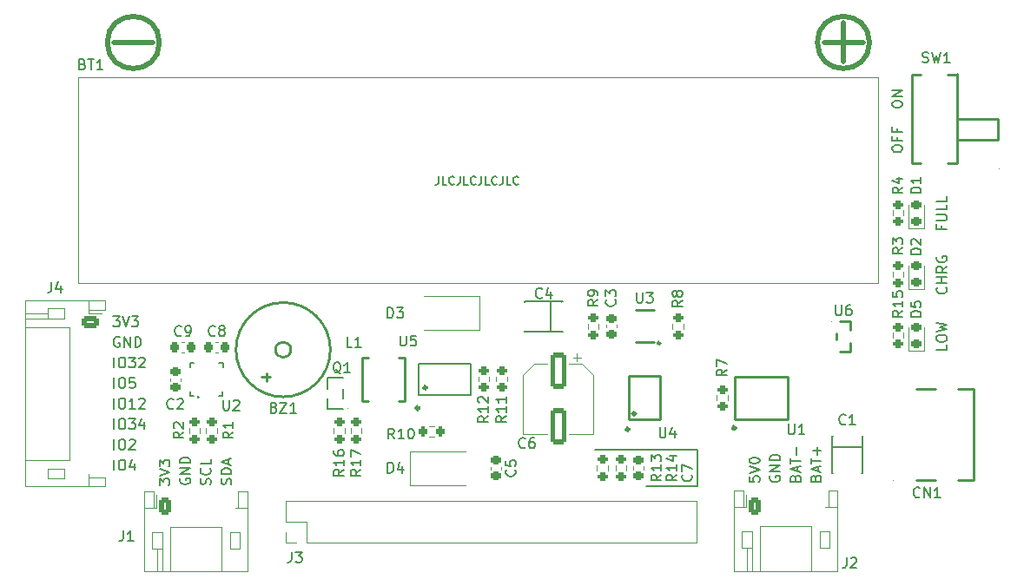
<source format=gbr>
%TF.GenerationSoftware,KiCad,Pcbnew,(6.0.10)*%
%TF.CreationDate,2023-03-03T00:05:23+07:00*%
%TF.ProjectId,wt32_sc01_ext,77743332-5f73-4633-9031-5f6578742e6b,rev?*%
%TF.SameCoordinates,Original*%
%TF.FileFunction,Legend,Top*%
%TF.FilePolarity,Positive*%
%FSLAX46Y46*%
G04 Gerber Fmt 4.6, Leading zero omitted, Abs format (unit mm)*
G04 Created by KiCad (PCBNEW (6.0.10)) date 2023-03-03 00:05:23*
%MOMM*%
%LPD*%
G01*
G04 APERTURE LIST*
G04 Aperture macros list*
%AMRoundRect*
0 Rectangle with rounded corners*
0 $1 Rounding radius*
0 $2 $3 $4 $5 $6 $7 $8 $9 X,Y pos of 4 corners*
0 Add a 4 corners polygon primitive as box body*
4,1,4,$2,$3,$4,$5,$6,$7,$8,$9,$2,$3,0*
0 Add four circle primitives for the rounded corners*
1,1,$1+$1,$2,$3*
1,1,$1+$1,$4,$5*
1,1,$1+$1,$6,$7*
1,1,$1+$1,$8,$9*
0 Add four rect primitives between the rounded corners*
20,1,$1+$1,$2,$3,$4,$5,0*
20,1,$1+$1,$4,$5,$6,$7,0*
20,1,$1+$1,$6,$7,$8,$9,0*
20,1,$1+$1,$8,$9,$2,$3,0*%
G04 Aperture macros list end*
%ADD10C,0.152400*%
%ADD11C,0.500000*%
%ADD12C,0.200000*%
%ADD13C,0.120000*%
%ADD14C,0.059995*%
%ADD15C,0.254001*%
%ADD16C,0.300000*%
%ADD17C,0.151994*%
%ADD18C,0.250000*%
%ADD19RoundRect,0.200000X-0.275000X0.200000X-0.275000X-0.200000X0.275000X-0.200000X0.275000X0.200000X0*%
%ADD20RoundRect,0.225000X0.250000X-0.225000X0.250000X0.225000X-0.250000X0.225000X-0.250000X-0.225000X0*%
%ADD21R,1.250013X0.700000*%
%ADD22C,1.800000*%
%ADD23RoundRect,0.218750X0.256250X-0.218750X0.256250X0.218750X-0.256250X0.218750X-0.256250X-0.218750X0*%
%ADD24RoundRect,0.200000X0.275000X-0.200000X0.275000X0.200000X-0.275000X0.200000X-0.275000X-0.200000X0*%
%ADD25R,0.600000X1.200000*%
%ADD26R,3.300000X2.400000*%
%ADD27RoundRect,0.200000X0.200000X0.275000X-0.200000X0.275000X-0.200000X-0.275000X0.200000X-0.275000X0*%
%ADD28RoundRect,0.250000X-0.625000X0.350000X-0.625000X-0.350000X0.625000X-0.350000X0.625000X0.350000X0*%
%ADD29O,1.750000X1.200000*%
%ADD30O,0.600000X1.800000*%
%ADD31R,2.289992X2.289992*%
%ADD32C,0.750013*%
%ADD33O,2.000000X1.200000*%
%ADD34O,1.800000X1.200000*%
%ADD35R,1.300000X0.300000*%
%ADD36RoundRect,0.225000X-0.250000X0.225000X-0.250000X-0.225000X0.250000X-0.225000X0.250000X0.225000X0*%
%ADD37C,3.200000*%
%ADD38C,1.152000*%
%ADD39R,2.500000X2.000000*%
%ADD40C,1.524003*%
%ADD41O,2.200000X1.400000*%
%ADD42R,2.500000X1.800000*%
%ADD43RoundRect,0.250000X-0.350000X-0.625000X0.350000X-0.625000X0.350000X0.625000X-0.350000X0.625000X0*%
%ADD44O,1.200000X1.750000*%
%ADD45R,1.350000X1.350000*%
%ADD46O,1.350000X1.350000*%
%ADD47R,3.500000X3.500000*%
%ADD48C,3.500000*%
%ADD49R,1.607493X2.375997*%
%ADD50R,1.000000X0.800000*%
%ADD51R,1.000000X0.550013*%
%ADD52R,2.375997X1.607493*%
%ADD53R,0.250013X0.450013*%
%ADD54R,0.450013X0.250013*%
%ADD55O,0.400000X1.500000*%
%ADD56RoundRect,0.250000X-0.550000X1.500000X-0.550000X-1.500000X0.550000X-1.500000X0.550000X1.500000X0*%
%ADD57RoundRect,0.225000X-0.225000X-0.250000X0.225000X-0.250000X0.225000X0.250000X-0.225000X0.250000X0*%
%ADD58RoundRect,0.225000X0.225000X0.250000X-0.225000X0.250000X-0.225000X-0.250000X0.225000X-0.250000X0*%
G04 APERTURE END LIST*
D10*
X60569290Y11928620D02*
X55569290Y11928620D01*
D11*
X79769290Y53583620D02*
X79769290Y49773620D01*
X82309290Y51678620D02*
G75*
G03*
X82309290Y51678620I-2540000J0D01*
G01*
D10*
X65569290Y11928620D02*
X65569290Y8428620D01*
D11*
X13094290Y51678620D02*
G75*
G03*
X13094290Y51678620I-2540000J0D01*
G01*
X77864290Y51678620D02*
X81674290Y51678620D01*
X8649290Y51678620D02*
X12459290Y51678620D01*
D10*
X65569290Y8428620D02*
X60569290Y8428620D01*
X60569290Y11928620D02*
X65569290Y11928620D01*
D12*
X8687385Y19976240D02*
X8687385Y20976240D01*
X9354051Y20976240D02*
X9544528Y20976240D01*
X9639766Y20928620D01*
X9735004Y20833382D01*
X9782623Y20642906D01*
X9782623Y20309573D01*
X9735004Y20119097D01*
X9639766Y20023859D01*
X9544528Y19976240D01*
X9354051Y19976240D01*
X9258813Y20023859D01*
X9163575Y20119097D01*
X9115956Y20309573D01*
X9115956Y20642906D01*
X9163575Y20833382D01*
X9258813Y20928620D01*
X9354051Y20976240D01*
X10115956Y20976240D02*
X10735004Y20976240D01*
X10401670Y20595287D01*
X10544528Y20595287D01*
X10639766Y20547668D01*
X10687385Y20500049D01*
X10735004Y20404811D01*
X10735004Y20166716D01*
X10687385Y20071478D01*
X10639766Y20023859D01*
X10544528Y19976240D01*
X10258813Y19976240D01*
X10163575Y20023859D01*
X10115956Y20071478D01*
X11115956Y20881001D02*
X11163575Y20928620D01*
X11258813Y20976240D01*
X11496909Y20976240D01*
X11592147Y20928620D01*
X11639766Y20881001D01*
X11687385Y20785763D01*
X11687385Y20690525D01*
X11639766Y20547668D01*
X11068337Y19976240D01*
X11687385Y19976240D01*
X8687385Y17976240D02*
X8687385Y18976240D01*
X9354051Y18976240D02*
X9544528Y18976240D01*
X9639766Y18928620D01*
X9735004Y18833382D01*
X9782623Y18642906D01*
X9782623Y18309573D01*
X9735004Y18119097D01*
X9639766Y18023859D01*
X9544528Y17976240D01*
X9354051Y17976240D01*
X9258813Y18023859D01*
X9163575Y18119097D01*
X9115956Y18309573D01*
X9115956Y18642906D01*
X9163575Y18833382D01*
X9258813Y18928620D01*
X9354051Y18976240D01*
X10687385Y18976240D02*
X10211194Y18976240D01*
X10163575Y18500049D01*
X10211194Y18547668D01*
X10306432Y18595287D01*
X10544528Y18595287D01*
X10639766Y18547668D01*
X10687385Y18500049D01*
X10735004Y18404811D01*
X10735004Y18166716D01*
X10687385Y18071478D01*
X10639766Y18023859D01*
X10544528Y17976240D01*
X10306432Y17976240D01*
X10211194Y18023859D01*
X10163575Y18071478D01*
X18058051Y8570097D02*
X18105670Y8712954D01*
X18105670Y8951049D01*
X18058051Y9046287D01*
X18010432Y9093906D01*
X17915194Y9141525D01*
X17819956Y9141525D01*
X17724718Y9093906D01*
X17677099Y9046287D01*
X17629480Y8951049D01*
X17581861Y8760573D01*
X17534242Y8665335D01*
X17486623Y8617716D01*
X17391385Y8570097D01*
X17296147Y8570097D01*
X17200909Y8617716D01*
X17153290Y8665335D01*
X17105670Y8760573D01*
X17105670Y8998668D01*
X17153290Y9141525D01*
X18010432Y10141525D02*
X18058051Y10093906D01*
X18105670Y9951049D01*
X18105670Y9855811D01*
X18058051Y9712954D01*
X17962813Y9617716D01*
X17867575Y9570097D01*
X17677099Y9522478D01*
X17534242Y9522478D01*
X17343766Y9570097D01*
X17248528Y9617716D01*
X17153290Y9712954D01*
X17105670Y9855811D01*
X17105670Y9951049D01*
X17153290Y10093906D01*
X17200909Y10141525D01*
X18105670Y11046287D02*
X18105670Y10570097D01*
X17105670Y10570097D01*
X72653290Y9391525D02*
X72605670Y9296287D01*
X72605670Y9153430D01*
X72653290Y9010573D01*
X72748528Y8915335D01*
X72843766Y8867716D01*
X73034242Y8820097D01*
X73177099Y8820097D01*
X73367575Y8867716D01*
X73462813Y8915335D01*
X73558051Y9010573D01*
X73605670Y9153430D01*
X73605670Y9248668D01*
X73558051Y9391525D01*
X73510432Y9439144D01*
X73177099Y9439144D01*
X73177099Y9248668D01*
X73605670Y9867716D02*
X72605670Y9867716D01*
X73605670Y10439144D01*
X72605670Y10439144D01*
X73605670Y10915335D02*
X72605670Y10915335D01*
X72605670Y11153430D01*
X72653290Y11296287D01*
X72748528Y11391525D01*
X72843766Y11439144D01*
X73034242Y11486763D01*
X73177099Y11486763D01*
X73367575Y11439144D01*
X73462813Y11391525D01*
X73558051Y11296287D01*
X73605670Y11153430D01*
X73605670Y10915335D01*
X84521670Y41226240D02*
X84521670Y41416716D01*
X84569290Y41511954D01*
X84664528Y41607192D01*
X84855004Y41654811D01*
X85188337Y41654811D01*
X85378813Y41607192D01*
X85474051Y41511954D01*
X85521670Y41416716D01*
X85521670Y41226240D01*
X85474051Y41131001D01*
X85378813Y41035763D01*
X85188337Y40988144D01*
X84855004Y40988144D01*
X84664528Y41035763D01*
X84569290Y41131001D01*
X84521670Y41226240D01*
X84997861Y42416716D02*
X84997861Y42083382D01*
X85521670Y42083382D02*
X84521670Y42083382D01*
X84521670Y42559573D01*
X84997861Y43273859D02*
X84997861Y42940525D01*
X85521670Y42940525D02*
X84521670Y42940525D01*
X84521670Y43416716D01*
X13105670Y8522478D02*
X13105670Y9141525D01*
X13486623Y8808192D01*
X13486623Y8951049D01*
X13534242Y9046287D01*
X13581861Y9093906D01*
X13677099Y9141525D01*
X13915194Y9141525D01*
X14010432Y9093906D01*
X14058051Y9046287D01*
X14105670Y8951049D01*
X14105670Y8665335D01*
X14058051Y8570097D01*
X14010432Y8522478D01*
X13105670Y9427240D02*
X14105670Y9760573D01*
X13105670Y10093906D01*
X13105670Y10332001D02*
X13105670Y10951049D01*
X13486623Y10617716D01*
X13486623Y10760573D01*
X13534242Y10855811D01*
X13581861Y10903430D01*
X13677099Y10951049D01*
X13915194Y10951049D01*
X14010432Y10903430D01*
X14058051Y10855811D01*
X14105670Y10760573D01*
X14105670Y10474859D01*
X14058051Y10379620D01*
X14010432Y10332001D01*
X8687385Y13976240D02*
X8687385Y14976240D01*
X9354051Y14976240D02*
X9544528Y14976240D01*
X9639766Y14928620D01*
X9735004Y14833382D01*
X9782623Y14642906D01*
X9782623Y14309573D01*
X9735004Y14119097D01*
X9639766Y14023859D01*
X9544528Y13976240D01*
X9354051Y13976240D01*
X9258813Y14023859D01*
X9163575Y14119097D01*
X9115956Y14309573D01*
X9115956Y14642906D01*
X9163575Y14833382D01*
X9258813Y14928620D01*
X9354051Y14976240D01*
X10115956Y14976240D02*
X10735004Y14976240D01*
X10401670Y14595287D01*
X10544528Y14595287D01*
X10639766Y14547668D01*
X10687385Y14500049D01*
X10735004Y14404811D01*
X10735004Y14166716D01*
X10687385Y14071478D01*
X10639766Y14023859D01*
X10544528Y13976240D01*
X10258813Y13976240D01*
X10163575Y14023859D01*
X10115956Y14071478D01*
X11592147Y14642906D02*
X11592147Y13976240D01*
X11354051Y15023859D02*
X11115956Y14309573D01*
X11735004Y14309573D01*
X9211194Y22928620D02*
X9115956Y22976240D01*
X8973099Y22976240D01*
X8830242Y22928620D01*
X8735004Y22833382D01*
X8687385Y22738144D01*
X8639766Y22547668D01*
X8639766Y22404811D01*
X8687385Y22214335D01*
X8735004Y22119097D01*
X8830242Y22023859D01*
X8973099Y21976240D01*
X9068337Y21976240D01*
X9211194Y22023859D01*
X9258813Y22071478D01*
X9258813Y22404811D01*
X9068337Y22404811D01*
X9687385Y21976240D02*
X9687385Y22976240D01*
X10258813Y21976240D01*
X10258813Y22976240D01*
X10735004Y21976240D02*
X10735004Y22976240D01*
X10973099Y22976240D01*
X11115956Y22928620D01*
X11211194Y22833382D01*
X11258813Y22738144D01*
X11306432Y22547668D01*
X11306432Y22404811D01*
X11258813Y22214335D01*
X11211194Y22119097D01*
X11115956Y22023859D01*
X10973099Y21976240D01*
X10735004Y21976240D01*
X84521670Y45559573D02*
X84521670Y45750049D01*
X84569290Y45845287D01*
X84664528Y45940525D01*
X84855004Y45988144D01*
X85188337Y45988144D01*
X85378813Y45940525D01*
X85474051Y45845287D01*
X85521670Y45750049D01*
X85521670Y45559573D01*
X85474051Y45464335D01*
X85378813Y45369097D01*
X85188337Y45321478D01*
X84855004Y45321478D01*
X84664528Y45369097D01*
X84569290Y45464335D01*
X84521670Y45559573D01*
X85521670Y46416716D02*
X84521670Y46416716D01*
X85521670Y46988144D01*
X84521670Y46988144D01*
X89760432Y27785335D02*
X89808051Y27737716D01*
X89855670Y27594859D01*
X89855670Y27499620D01*
X89808051Y27356763D01*
X89712813Y27261525D01*
X89617575Y27213906D01*
X89427099Y27166287D01*
X89284242Y27166287D01*
X89093766Y27213906D01*
X88998528Y27261525D01*
X88903290Y27356763D01*
X88855670Y27499620D01*
X88855670Y27594859D01*
X88903290Y27737716D01*
X88950909Y27785335D01*
X89855670Y28213906D02*
X88855670Y28213906D01*
X89331861Y28213906D02*
X89331861Y28785335D01*
X89855670Y28785335D02*
X88855670Y28785335D01*
X89855670Y29832954D02*
X89379480Y29499620D01*
X89855670Y29261525D02*
X88855670Y29261525D01*
X88855670Y29642478D01*
X88903290Y29737716D01*
X88950909Y29785335D01*
X89046147Y29832954D01*
X89189004Y29832954D01*
X89284242Y29785335D01*
X89331861Y29737716D01*
X89379480Y29642478D01*
X89379480Y29261525D01*
X88903290Y30785335D02*
X88855670Y30690097D01*
X88855670Y30547240D01*
X88903290Y30404382D01*
X88998528Y30309144D01*
X89093766Y30261525D01*
X89284242Y30213906D01*
X89427099Y30213906D01*
X89617575Y30261525D01*
X89712813Y30309144D01*
X89808051Y30404382D01*
X89855670Y30547240D01*
X89855670Y30642478D01*
X89808051Y30785335D01*
X89760432Y30832954D01*
X89427099Y30832954D01*
X89427099Y30642478D01*
X8687385Y11976240D02*
X8687385Y12976240D01*
X9354051Y12976240D02*
X9544528Y12976240D01*
X9639766Y12928620D01*
X9735004Y12833382D01*
X9782623Y12642906D01*
X9782623Y12309573D01*
X9735004Y12119097D01*
X9639766Y12023859D01*
X9544528Y11976240D01*
X9354051Y11976240D01*
X9258813Y12023859D01*
X9163575Y12119097D01*
X9115956Y12309573D01*
X9115956Y12642906D01*
X9163575Y12833382D01*
X9258813Y12928620D01*
X9354051Y12976240D01*
X10163575Y12881001D02*
X10211194Y12928620D01*
X10306432Y12976240D01*
X10544528Y12976240D01*
X10639766Y12928620D01*
X10687385Y12881001D01*
X10735004Y12785763D01*
X10735004Y12690525D01*
X10687385Y12547668D01*
X10115956Y11976240D01*
X10735004Y11976240D01*
X77081861Y9201049D02*
X77129480Y9343906D01*
X77177099Y9391525D01*
X77272337Y9439144D01*
X77415194Y9439144D01*
X77510432Y9391525D01*
X77558051Y9343906D01*
X77605670Y9248668D01*
X77605670Y8867716D01*
X76605670Y8867716D01*
X76605670Y9201049D01*
X76653290Y9296287D01*
X76700909Y9343906D01*
X76796147Y9391525D01*
X76891385Y9391525D01*
X76986623Y9343906D01*
X77034242Y9296287D01*
X77081861Y9201049D01*
X77081861Y8867716D01*
X77319956Y9820097D02*
X77319956Y10296287D01*
X77605670Y9724859D02*
X76605670Y10058192D01*
X77605670Y10391525D01*
X76605670Y10582001D02*
X76605670Y11153430D01*
X77605670Y10867716D02*
X76605670Y10867716D01*
X77224718Y11486763D02*
X77224718Y12248668D01*
X77605670Y11867716D02*
X76843766Y11867716D01*
X8687385Y15976240D02*
X8687385Y16976240D01*
X9354051Y16976240D02*
X9544528Y16976240D01*
X9639766Y16928620D01*
X9735004Y16833382D01*
X9782623Y16642906D01*
X9782623Y16309573D01*
X9735004Y16119097D01*
X9639766Y16023859D01*
X9544528Y15976240D01*
X9354051Y15976240D01*
X9258813Y16023859D01*
X9163575Y16119097D01*
X9115956Y16309573D01*
X9115956Y16642906D01*
X9163575Y16833382D01*
X9258813Y16928620D01*
X9354051Y16976240D01*
X10735004Y15976240D02*
X10163575Y15976240D01*
X10449290Y15976240D02*
X10449290Y16976240D01*
X10354051Y16833382D01*
X10258813Y16738144D01*
X10163575Y16690525D01*
X11115956Y16881001D02*
X11163575Y16928620D01*
X11258813Y16976240D01*
X11496909Y16976240D01*
X11592147Y16928620D01*
X11639766Y16881001D01*
X11687385Y16785763D01*
X11687385Y16690525D01*
X11639766Y16547668D01*
X11068337Y15976240D01*
X11687385Y15976240D01*
X70605670Y9343906D02*
X70605670Y8867716D01*
X71081861Y8820097D01*
X71034242Y8867716D01*
X70986623Y8962954D01*
X70986623Y9201049D01*
X71034242Y9296287D01*
X71081861Y9343906D01*
X71177099Y9391525D01*
X71415194Y9391525D01*
X71510432Y9343906D01*
X71558051Y9296287D01*
X71605670Y9201049D01*
X71605670Y8962954D01*
X71558051Y8867716D01*
X71510432Y8820097D01*
X70605670Y9677240D02*
X71605670Y10010573D01*
X70605670Y10343906D01*
X70605670Y10867716D02*
X70605670Y10962954D01*
X70653290Y11058192D01*
X70700909Y11105811D01*
X70796147Y11153430D01*
X70986623Y11201049D01*
X71224718Y11201049D01*
X71415194Y11153430D01*
X71510432Y11105811D01*
X71558051Y11058192D01*
X71605670Y10962954D01*
X71605670Y10867716D01*
X71558051Y10772478D01*
X71510432Y10724859D01*
X71415194Y10677240D01*
X71224718Y10629620D01*
X70986623Y10629620D01*
X70796147Y10677240D01*
X70700909Y10724859D01*
X70653290Y10772478D01*
X70605670Y10867716D01*
D10*
X40314928Y38623725D02*
X40314928Y38043154D01*
X40276223Y37927040D01*
X40198813Y37849630D01*
X40082699Y37810925D01*
X40005290Y37810925D01*
X41089023Y37810925D02*
X40701975Y37810925D01*
X40701975Y38623725D01*
X41824413Y37888335D02*
X41785709Y37849630D01*
X41669594Y37810925D01*
X41592185Y37810925D01*
X41476070Y37849630D01*
X41398661Y37927040D01*
X41359956Y38004449D01*
X41321251Y38159268D01*
X41321251Y38275382D01*
X41359956Y38430201D01*
X41398661Y38507611D01*
X41476070Y38585020D01*
X41592185Y38623725D01*
X41669594Y38623725D01*
X41785709Y38585020D01*
X41824413Y38546316D01*
X42404985Y38623725D02*
X42404985Y38043154D01*
X42366280Y37927040D01*
X42288870Y37849630D01*
X42172756Y37810925D01*
X42095347Y37810925D01*
X43179080Y37810925D02*
X42792032Y37810925D01*
X42792032Y38623725D01*
X43914470Y37888335D02*
X43875766Y37849630D01*
X43759651Y37810925D01*
X43682242Y37810925D01*
X43566128Y37849630D01*
X43488718Y37927040D01*
X43450013Y38004449D01*
X43411309Y38159268D01*
X43411309Y38275382D01*
X43450013Y38430201D01*
X43488718Y38507611D01*
X43566128Y38585020D01*
X43682242Y38623725D01*
X43759651Y38623725D01*
X43875766Y38585020D01*
X43914470Y38546316D01*
X44495042Y38623725D02*
X44495042Y38043154D01*
X44456337Y37927040D01*
X44378928Y37849630D01*
X44262813Y37810925D01*
X44185404Y37810925D01*
X45269137Y37810925D02*
X44882090Y37810925D01*
X44882090Y38623725D01*
X46004528Y37888335D02*
X45965823Y37849630D01*
X45849709Y37810925D01*
X45772299Y37810925D01*
X45656185Y37849630D01*
X45578775Y37927040D01*
X45540070Y38004449D01*
X45501366Y38159268D01*
X45501366Y38275382D01*
X45540070Y38430201D01*
X45578775Y38507611D01*
X45656185Y38585020D01*
X45772299Y38623725D01*
X45849709Y38623725D01*
X45965823Y38585020D01*
X46004528Y38546316D01*
X46585099Y38623725D02*
X46585099Y38043154D01*
X46546394Y37927040D01*
X46468985Y37849630D01*
X46352870Y37810925D01*
X46275461Y37810925D01*
X47359194Y37810925D02*
X46972147Y37810925D01*
X46972147Y38623725D01*
X48094585Y37888335D02*
X48055880Y37849630D01*
X47939766Y37810925D01*
X47862356Y37810925D01*
X47746242Y37849630D01*
X47668832Y37927040D01*
X47630128Y38004449D01*
X47591423Y38159268D01*
X47591423Y38275382D01*
X47630128Y38430201D01*
X47668832Y38507611D01*
X47746242Y38585020D01*
X47862356Y38623725D01*
X47939766Y38623725D01*
X48055880Y38585020D01*
X48094585Y38546316D01*
D12*
X75081861Y9201049D02*
X75129480Y9343906D01*
X75177099Y9391525D01*
X75272337Y9439144D01*
X75415194Y9439144D01*
X75510432Y9391525D01*
X75558051Y9343906D01*
X75605670Y9248668D01*
X75605670Y8867716D01*
X74605670Y8867716D01*
X74605670Y9201049D01*
X74653290Y9296287D01*
X74700909Y9343906D01*
X74796147Y9391525D01*
X74891385Y9391525D01*
X74986623Y9343906D01*
X75034242Y9296287D01*
X75081861Y9201049D01*
X75081861Y8867716D01*
X75319956Y9820097D02*
X75319956Y10296287D01*
X75605670Y9724859D02*
X74605670Y10058192D01*
X75605670Y10391525D01*
X74605670Y10582001D02*
X74605670Y11153430D01*
X75605670Y10867716D02*
X74605670Y10867716D01*
X75224718Y11486763D02*
X75224718Y12248668D01*
X89855670Y22213906D02*
X89855670Y21737716D01*
X88855670Y21737716D01*
X88855670Y22737716D02*
X88855670Y22928192D01*
X88903290Y23023430D01*
X88998528Y23118668D01*
X89189004Y23166287D01*
X89522337Y23166287D01*
X89712813Y23118668D01*
X89808051Y23023430D01*
X89855670Y22928192D01*
X89855670Y22737716D01*
X89808051Y22642478D01*
X89712813Y22547240D01*
X89522337Y22499620D01*
X89189004Y22499620D01*
X88998528Y22547240D01*
X88903290Y22642478D01*
X88855670Y22737716D01*
X88855670Y23499620D02*
X89855670Y23737716D01*
X89141385Y23928192D01*
X89855670Y24118668D01*
X88855670Y24356763D01*
X20058051Y8570097D02*
X20105670Y8712954D01*
X20105670Y8951049D01*
X20058051Y9046287D01*
X20010432Y9093906D01*
X19915194Y9141525D01*
X19819956Y9141525D01*
X19724718Y9093906D01*
X19677099Y9046287D01*
X19629480Y8951049D01*
X19581861Y8760573D01*
X19534242Y8665335D01*
X19486623Y8617716D01*
X19391385Y8570097D01*
X19296147Y8570097D01*
X19200909Y8617716D01*
X19153290Y8665335D01*
X19105670Y8760573D01*
X19105670Y8998668D01*
X19153290Y9141525D01*
X20105670Y9570097D02*
X19105670Y9570097D01*
X19105670Y9808192D01*
X19153290Y9951049D01*
X19248528Y10046287D01*
X19343766Y10093906D01*
X19534242Y10141525D01*
X19677099Y10141525D01*
X19867575Y10093906D01*
X19962813Y10046287D01*
X20058051Y9951049D01*
X20105670Y9808192D01*
X20105670Y9570097D01*
X19819956Y10522478D02*
X19819956Y10998668D01*
X20105670Y10427240D02*
X19105670Y10760573D01*
X20105670Y11093906D01*
X15153290Y9141525D02*
X15105670Y9046287D01*
X15105670Y8903430D01*
X15153290Y8760573D01*
X15248528Y8665335D01*
X15343766Y8617716D01*
X15534242Y8570097D01*
X15677099Y8570097D01*
X15867575Y8617716D01*
X15962813Y8665335D01*
X16058051Y8760573D01*
X16105670Y8903430D01*
X16105670Y8998668D01*
X16058051Y9141525D01*
X16010432Y9189144D01*
X15677099Y9189144D01*
X15677099Y8998668D01*
X16105670Y9617716D02*
X15105670Y9617716D01*
X16105670Y10189144D01*
X15105670Y10189144D01*
X16105670Y10665335D02*
X15105670Y10665335D01*
X15105670Y10903430D01*
X15153290Y11046287D01*
X15248528Y11141525D01*
X15343766Y11189144D01*
X15534242Y11236763D01*
X15677099Y11236763D01*
X15867575Y11189144D01*
X15962813Y11141525D01*
X16058051Y11046287D01*
X16105670Y10903430D01*
X16105670Y10665335D01*
X8592147Y24976240D02*
X9211194Y24976240D01*
X8877861Y24595287D01*
X9020718Y24595287D01*
X9115956Y24547668D01*
X9163575Y24500049D01*
X9211194Y24404811D01*
X9211194Y24166716D01*
X9163575Y24071478D01*
X9115956Y24023859D01*
X9020718Y23976240D01*
X8735004Y23976240D01*
X8639766Y24023859D01*
X8592147Y24071478D01*
X9496909Y24976240D02*
X9830242Y23976240D01*
X10163575Y24976240D01*
X10401670Y24976240D02*
X11020718Y24976240D01*
X10687385Y24595287D01*
X10830242Y24595287D01*
X10925480Y24547668D01*
X10973099Y24500049D01*
X11020718Y24404811D01*
X11020718Y24166716D01*
X10973099Y24071478D01*
X10925480Y24023859D01*
X10830242Y23976240D01*
X10544528Y23976240D01*
X10449290Y24023859D01*
X10401670Y24071478D01*
X89331861Y33809144D02*
X89331861Y33475811D01*
X89855670Y33475811D02*
X88855670Y33475811D01*
X88855670Y33952001D01*
X88855670Y34332954D02*
X89665194Y34332954D01*
X89760432Y34380573D01*
X89808051Y34428192D01*
X89855670Y34523430D01*
X89855670Y34713906D01*
X89808051Y34809144D01*
X89760432Y34856763D01*
X89665194Y34904382D01*
X88855670Y34904382D01*
X89855670Y35856763D02*
X89855670Y35380573D01*
X88855670Y35380573D01*
X89855670Y36666287D02*
X89855670Y36190097D01*
X88855670Y36190097D01*
X8687385Y9976240D02*
X8687385Y10976240D01*
X9354051Y10976240D02*
X9544528Y10976240D01*
X9639766Y10928620D01*
X9735004Y10833382D01*
X9782623Y10642906D01*
X9782623Y10309573D01*
X9735004Y10119097D01*
X9639766Y10023859D01*
X9544528Y9976240D01*
X9354051Y9976240D01*
X9258813Y10023859D01*
X9163575Y10119097D01*
X9115956Y10309573D01*
X9115956Y10642906D01*
X9163575Y10833382D01*
X9258813Y10928620D01*
X9354051Y10976240D01*
X10639766Y10642906D02*
X10639766Y9976240D01*
X10401670Y11023859D02*
X10163575Y10309573D01*
X10782623Y10309573D01*
%TO.C,R17*%
X32723670Y10024763D02*
X32247480Y9691430D01*
X32723670Y9453335D02*
X31723670Y9453335D01*
X31723670Y9834287D01*
X31771290Y9929525D01*
X31818909Y9977144D01*
X31914147Y10024763D01*
X32057004Y10024763D01*
X32152242Y9977144D01*
X32199861Y9929525D01*
X32247480Y9834287D01*
X32247480Y9453335D01*
X32723670Y10977144D02*
X32723670Y10405716D01*
X32723670Y10691430D02*
X31723670Y10691430D01*
X31866528Y10596192D01*
X31961766Y10500954D01*
X32009385Y10405716D01*
X31723670Y11310478D02*
X31723670Y11977144D01*
X32723670Y11548573D01*
%TO.C,R12*%
X45155960Y15231763D02*
X44679770Y14898430D01*
X45155960Y14660335D02*
X44155960Y14660335D01*
X44155960Y15041287D01*
X44203580Y15136525D01*
X44251199Y15184144D01*
X44346437Y15231763D01*
X44489294Y15231763D01*
X44584532Y15184144D01*
X44632151Y15136525D01*
X44679770Y15041287D01*
X44679770Y14660335D01*
X45155960Y16184144D02*
X45155960Y15612716D01*
X45155960Y15898430D02*
X44155960Y15898430D01*
X44298818Y15803192D01*
X44394056Y15707954D01*
X44441675Y15612716D01*
X44251199Y16565097D02*
X44203580Y16612716D01*
X44155960Y16707954D01*
X44155960Y16946049D01*
X44203580Y17041287D01*
X44251199Y17088906D01*
X44346437Y17136525D01*
X44441675Y17136525D01*
X44584532Y17088906D01*
X45155960Y16517478D01*
X45155960Y17136525D01*
%TO.C,C7*%
X64926432Y9511954D02*
X64974051Y9464335D01*
X65021670Y9321478D01*
X65021670Y9226240D01*
X64974051Y9083382D01*
X64878813Y8988144D01*
X64783575Y8940525D01*
X64593099Y8892906D01*
X64450242Y8892906D01*
X64259766Y8940525D01*
X64164528Y8988144D01*
X64069290Y9083382D01*
X64021670Y9226240D01*
X64021670Y9321478D01*
X64069290Y9464335D01*
X64116909Y9511954D01*
X64021670Y9845287D02*
X64021670Y10511954D01*
X65021670Y10083382D01*
%TO.C,R13*%
X62021670Y9535763D02*
X61545480Y9202430D01*
X62021670Y8964335D02*
X61021670Y8964335D01*
X61021670Y9345287D01*
X61069290Y9440525D01*
X61116909Y9488144D01*
X61212147Y9535763D01*
X61355004Y9535763D01*
X61450242Y9488144D01*
X61497861Y9440525D01*
X61545480Y9345287D01*
X61545480Y8964335D01*
X62021670Y10488144D02*
X62021670Y9916716D01*
X62021670Y10202430D02*
X61021670Y10202430D01*
X61164528Y10107192D01*
X61259766Y10011954D01*
X61307385Y9916716D01*
X61021670Y10821478D02*
X61021670Y11440525D01*
X61402623Y11107192D01*
X61402623Y11250049D01*
X61450242Y11345287D01*
X61497861Y11392906D01*
X61593099Y11440525D01*
X61831194Y11440525D01*
X61926432Y11392906D01*
X61974051Y11345287D01*
X62021670Y11250049D01*
X62021670Y10964335D01*
X61974051Y10869097D01*
X61926432Y10821478D01*
%TO.C,Q1*%
X30779051Y19391001D02*
X30683813Y19438620D01*
X30588575Y19533859D01*
X30445718Y19676716D01*
X30350480Y19724335D01*
X30255242Y19724335D01*
X30302861Y19486240D02*
X30207623Y19533859D01*
X30112385Y19629097D01*
X30064766Y19819573D01*
X30064766Y20152906D01*
X30112385Y20343382D01*
X30207623Y20438620D01*
X30302861Y20486240D01*
X30493337Y20486240D01*
X30588575Y20438620D01*
X30683813Y20343382D01*
X30731432Y20152906D01*
X30731432Y19819573D01*
X30683813Y19629097D01*
X30588575Y19533859D01*
X30493337Y19486240D01*
X30302861Y19486240D01*
X31683813Y19486240D02*
X31112385Y19486240D01*
X31398099Y19486240D02*
X31398099Y20486240D01*
X31302861Y20343382D01*
X31207623Y20248144D01*
X31112385Y20200525D01*
%TO.C,R11*%
X46905960Y15231763D02*
X46429770Y14898430D01*
X46905960Y14660335D02*
X45905960Y14660335D01*
X45905960Y15041287D01*
X45953580Y15136525D01*
X46001199Y15184144D01*
X46096437Y15231763D01*
X46239294Y15231763D01*
X46334532Y15184144D01*
X46382151Y15136525D01*
X46429770Y15041287D01*
X46429770Y14660335D01*
X46905960Y16184144D02*
X46905960Y15612716D01*
X46905960Y15898430D02*
X45905960Y15898430D01*
X46048818Y15803192D01*
X46144056Y15707954D01*
X46191675Y15612716D01*
X46905960Y17136525D02*
X46905960Y16565097D01*
X46905960Y16850811D02*
X45905960Y16850811D01*
X46048818Y16755573D01*
X46144056Y16660335D01*
X46191675Y16565097D01*
%TO.C,BZ1*%
X24278337Y16073049D02*
X24421194Y16025430D01*
X24468813Y15977811D01*
X24516432Y15882573D01*
X24516432Y15739716D01*
X24468813Y15644478D01*
X24421194Y15596859D01*
X24325956Y15549240D01*
X23945004Y15549240D01*
X23945004Y16549240D01*
X24278337Y16549240D01*
X24373575Y16501620D01*
X24421194Y16454001D01*
X24468813Y16358763D01*
X24468813Y16263525D01*
X24421194Y16168287D01*
X24373575Y16120668D01*
X24278337Y16073049D01*
X23945004Y16073049D01*
X24849766Y16549240D02*
X25516432Y16549240D01*
X24849766Y15549240D01*
X25516432Y15549240D01*
X26421194Y15549240D02*
X25849766Y15549240D01*
X26135480Y15549240D02*
X26135480Y16549240D01*
X26040242Y16406382D01*
X25945004Y16311144D01*
X25849766Y16263525D01*
%TO.C,D2*%
X87333670Y31011525D02*
X86333670Y31011525D01*
X86333670Y31249620D01*
X86381290Y31392478D01*
X86476528Y31487716D01*
X86571766Y31535335D01*
X86762242Y31582954D01*
X86905099Y31582954D01*
X87095575Y31535335D01*
X87190813Y31487716D01*
X87286051Y31392478D01*
X87333670Y31249620D01*
X87333670Y31011525D01*
X86428909Y31963906D02*
X86381290Y32011525D01*
X86333670Y32106763D01*
X86333670Y32344859D01*
X86381290Y32440097D01*
X86428909Y32487716D01*
X86524147Y32535335D01*
X86619385Y32535335D01*
X86762242Y32487716D01*
X87333670Y31916287D01*
X87333670Y32535335D01*
%TO.C,R15*%
X85555670Y25518763D02*
X85079480Y25185430D01*
X85555670Y24947335D02*
X84555670Y24947335D01*
X84555670Y25328287D01*
X84603290Y25423525D01*
X84650909Y25471144D01*
X84746147Y25518763D01*
X84889004Y25518763D01*
X84984242Y25471144D01*
X85031861Y25423525D01*
X85079480Y25328287D01*
X85079480Y24947335D01*
X85555670Y26471144D02*
X85555670Y25899716D01*
X85555670Y26185430D02*
X84555670Y26185430D01*
X84698528Y26090192D01*
X84793766Y25994954D01*
X84841385Y25899716D01*
X84555670Y27375906D02*
X84555670Y26899716D01*
X85031861Y26852097D01*
X84984242Y26899716D01*
X84936623Y26994954D01*
X84936623Y27233049D01*
X84984242Y27328287D01*
X85031861Y27375906D01*
X85127099Y27423525D01*
X85365194Y27423525D01*
X85460432Y27375906D01*
X85508051Y27328287D01*
X85555670Y27233049D01*
X85555670Y26994954D01*
X85508051Y26899716D01*
X85460432Y26852097D01*
%TO.C,U1*%
X74422385Y14476240D02*
X74422385Y13666716D01*
X74470004Y13571478D01*
X74517623Y13523859D01*
X74612861Y13476240D01*
X74803337Y13476240D01*
X74898575Y13523859D01*
X74946194Y13571478D01*
X74993813Y13666716D01*
X74993813Y14476240D01*
X75993813Y13476240D02*
X75422385Y13476240D01*
X75708099Y13476240D02*
X75708099Y14476240D01*
X75612861Y14333382D01*
X75517623Y14238144D01*
X75422385Y14190525D01*
%TO.C,R10*%
X35997232Y13034640D02*
X35663899Y13510830D01*
X35425804Y13034640D02*
X35425804Y14034640D01*
X35806756Y14034640D01*
X35901994Y13987020D01*
X35949613Y13939401D01*
X35997232Y13844163D01*
X35997232Y13701306D01*
X35949613Y13606068D01*
X35901994Y13558449D01*
X35806756Y13510830D01*
X35425804Y13510830D01*
X36949613Y13034640D02*
X36378185Y13034640D01*
X36663899Y13034640D02*
X36663899Y14034640D01*
X36568661Y13891782D01*
X36473423Y13796544D01*
X36378185Y13748925D01*
X37568661Y14034640D02*
X37663899Y14034640D01*
X37759137Y13987020D01*
X37806756Y13939401D01*
X37854375Y13844163D01*
X37901994Y13653687D01*
X37901994Y13415592D01*
X37854375Y13225116D01*
X37806756Y13129878D01*
X37759137Y13082259D01*
X37663899Y13034640D01*
X37568661Y13034640D01*
X37473423Y13082259D01*
X37425804Y13129878D01*
X37378185Y13225116D01*
X37330566Y13415592D01*
X37330566Y13653687D01*
X37378185Y13844163D01*
X37425804Y13939401D01*
X37473423Y13987020D01*
X37568661Y14034640D01*
%TO.C,J4*%
X2569956Y28297240D02*
X2569956Y27582954D01*
X2522337Y27440097D01*
X2427099Y27344859D01*
X2284242Y27297240D01*
X2189004Y27297240D01*
X3474718Y27963906D02*
X3474718Y27297240D01*
X3236623Y28344859D02*
X2998528Y27630573D01*
X3617575Y27630573D01*
%TO.C,U5*%
X36568675Y23093240D02*
X36568675Y22283716D01*
X36616294Y22188478D01*
X36663913Y22140859D01*
X36759151Y22093240D01*
X36949627Y22093240D01*
X37044865Y22140859D01*
X37092484Y22188478D01*
X37140103Y22283716D01*
X37140103Y23093240D01*
X38092484Y23093240D02*
X37616294Y23093240D01*
X37568675Y22617049D01*
X37616294Y22664668D01*
X37711532Y22712287D01*
X37949627Y22712287D01*
X38044865Y22664668D01*
X38092484Y22617049D01*
X38140103Y22521811D01*
X38140103Y22283716D01*
X38092484Y22188478D01*
X38044865Y22140859D01*
X37949627Y22093240D01*
X37711532Y22093240D01*
X37616294Y22140859D01*
X37568675Y22188478D01*
%TO.C,CN1*%
X87212813Y7392478D02*
X87165194Y7344859D01*
X87022337Y7297240D01*
X86927099Y7297240D01*
X86784242Y7344859D01*
X86689004Y7440097D01*
X86641385Y7535335D01*
X86593766Y7725811D01*
X86593766Y7868668D01*
X86641385Y8059144D01*
X86689004Y8154382D01*
X86784242Y8249620D01*
X86927099Y8297240D01*
X87022337Y8297240D01*
X87165194Y8249620D01*
X87212813Y8202001D01*
X87641385Y7297240D02*
X87641385Y8297240D01*
X88212813Y7297240D01*
X88212813Y8297240D01*
X89212813Y7297240D02*
X88641385Y7297240D01*
X88927099Y7297240D02*
X88927099Y8297240D01*
X88831861Y8154382D01*
X88736623Y8059144D01*
X88641385Y8011525D01*
%TO.C,C3*%
X57497432Y26585954D02*
X57545051Y26538335D01*
X57592670Y26395478D01*
X57592670Y26300240D01*
X57545051Y26157382D01*
X57449813Y26062144D01*
X57354575Y26014525D01*
X57164099Y25966906D01*
X57021242Y25966906D01*
X56830766Y26014525D01*
X56735528Y26062144D01*
X56640290Y26157382D01*
X56592670Y26300240D01*
X56592670Y26395478D01*
X56640290Y26538335D01*
X56687909Y26585954D01*
X56592670Y26919287D02*
X56592670Y27538335D01*
X56973623Y27205001D01*
X56973623Y27347859D01*
X57021242Y27443097D01*
X57068861Y27490716D01*
X57164099Y27538335D01*
X57402194Y27538335D01*
X57497432Y27490716D01*
X57545051Y27443097D01*
X57592670Y27347859D01*
X57592670Y27062144D01*
X57545051Y26966906D01*
X57497432Y26919287D01*
%TO.C,R1*%
X20277670Y13675954D02*
X19801480Y13342620D01*
X20277670Y13104525D02*
X19277670Y13104525D01*
X19277670Y13485478D01*
X19325290Y13580716D01*
X19372909Y13628335D01*
X19468147Y13675954D01*
X19611004Y13675954D01*
X19706242Y13628335D01*
X19753861Y13580716D01*
X19801480Y13485478D01*
X19801480Y13104525D01*
X20277670Y14628335D02*
X20277670Y14056906D01*
X20277670Y14342620D02*
X19277670Y14342620D01*
X19420528Y14247382D01*
X19515766Y14152144D01*
X19563385Y14056906D01*
%TO.C,L1*%
X31884913Y21976240D02*
X31408722Y21976240D01*
X31408722Y22976240D01*
X32742056Y21976240D02*
X32170627Y21976240D01*
X32456341Y21976240D02*
X32456341Y22976240D01*
X32361103Y22833382D01*
X32265865Y22738144D01*
X32170627Y22690525D01*
%TO.C,R3*%
X85555670Y31665954D02*
X85079480Y31332620D01*
X85555670Y31094525D02*
X84555670Y31094525D01*
X84555670Y31475478D01*
X84603290Y31570716D01*
X84650909Y31618335D01*
X84746147Y31665954D01*
X84889004Y31665954D01*
X84984242Y31618335D01*
X85031861Y31570716D01*
X85079480Y31475478D01*
X85079480Y31094525D01*
X84555670Y31999287D02*
X84555670Y32618335D01*
X84936623Y32285001D01*
X84936623Y32427859D01*
X84984242Y32523097D01*
X85031861Y32570716D01*
X85127099Y32618335D01*
X85365194Y32618335D01*
X85460432Y32570716D01*
X85508051Y32523097D01*
X85555670Y32427859D01*
X85555670Y32142144D01*
X85508051Y32046906D01*
X85460432Y31999287D01*
%TO.C,D1*%
X87333670Y36980525D02*
X86333670Y36980525D01*
X86333670Y37218620D01*
X86381290Y37361478D01*
X86476528Y37456716D01*
X86571766Y37504335D01*
X86762242Y37551954D01*
X86905099Y37551954D01*
X87095575Y37504335D01*
X87190813Y37456716D01*
X87286051Y37361478D01*
X87333670Y37218620D01*
X87333670Y36980525D01*
X87333670Y38504335D02*
X87333670Y37932906D01*
X87333670Y38218620D02*
X86333670Y38218620D01*
X86476528Y38123382D01*
X86571766Y38028144D01*
X86619385Y37932906D01*
%TO.C,SW1*%
X87485956Y49773859D02*
X87628813Y49726240D01*
X87866909Y49726240D01*
X87962147Y49773859D01*
X88009766Y49821478D01*
X88057385Y49916716D01*
X88057385Y50011954D01*
X88009766Y50107192D01*
X87962147Y50154811D01*
X87866909Y50202430D01*
X87676432Y50250049D01*
X87581194Y50297668D01*
X87533575Y50345287D01*
X87485956Y50440525D01*
X87485956Y50535763D01*
X87533575Y50631001D01*
X87581194Y50678620D01*
X87676432Y50726240D01*
X87914528Y50726240D01*
X88057385Y50678620D01*
X88390718Y50726240D02*
X88628813Y49726240D01*
X88819290Y50440525D01*
X89009766Y49726240D01*
X89247861Y50726240D01*
X90152623Y49726240D02*
X89581194Y49726240D01*
X89866909Y49726240D02*
X89866909Y50726240D01*
X89771670Y50583382D01*
X89676432Y50488144D01*
X89581194Y50440525D01*
%TO.C,R7*%
X68410670Y19771954D02*
X67934480Y19438620D01*
X68410670Y19200525D02*
X67410670Y19200525D01*
X67410670Y19581478D01*
X67458290Y19676716D01*
X67505909Y19724335D01*
X67601147Y19771954D01*
X67744004Y19771954D01*
X67839242Y19724335D01*
X67886861Y19676716D01*
X67934480Y19581478D01*
X67934480Y19200525D01*
X67410670Y20105287D02*
X67410670Y20771954D01*
X68410670Y20343382D01*
%TO.C,R8*%
X64092670Y26514954D02*
X63616480Y26181620D01*
X64092670Y25943525D02*
X63092670Y25943525D01*
X63092670Y26324478D01*
X63140290Y26419716D01*
X63187909Y26467335D01*
X63283147Y26514954D01*
X63426004Y26514954D01*
X63521242Y26467335D01*
X63568861Y26419716D01*
X63616480Y26324478D01*
X63616480Y25943525D01*
X63521242Y27086382D02*
X63473623Y26991144D01*
X63426004Y26943525D01*
X63330766Y26895906D01*
X63283147Y26895906D01*
X63187909Y26943525D01*
X63140290Y26991144D01*
X63092670Y27086382D01*
X63092670Y27276859D01*
X63140290Y27372097D01*
X63187909Y27419716D01*
X63283147Y27467335D01*
X63330766Y27467335D01*
X63426004Y27419716D01*
X63473623Y27372097D01*
X63521242Y27276859D01*
X63521242Y27086382D01*
X63568861Y26991144D01*
X63616480Y26943525D01*
X63711718Y26895906D01*
X63902194Y26895906D01*
X63997432Y26943525D01*
X64045051Y26991144D01*
X64092670Y27086382D01*
X64092670Y27276859D01*
X64045051Y27372097D01*
X63997432Y27419716D01*
X63902194Y27467335D01*
X63711718Y27467335D01*
X63616480Y27419716D01*
X63568861Y27372097D01*
X63521242Y27276859D01*
%TO.C,C5*%
X47741432Y9992954D02*
X47789051Y9945335D01*
X47836670Y9802478D01*
X47836670Y9707240D01*
X47789051Y9564382D01*
X47693813Y9469144D01*
X47598575Y9421525D01*
X47408099Y9373906D01*
X47265242Y9373906D01*
X47074766Y9421525D01*
X46979528Y9469144D01*
X46884290Y9564382D01*
X46836670Y9707240D01*
X46836670Y9802478D01*
X46884290Y9945335D01*
X46931909Y9992954D01*
X46836670Y10897716D02*
X46836670Y10421525D01*
X47312861Y10373906D01*
X47265242Y10421525D01*
X47217623Y10516763D01*
X47217623Y10754859D01*
X47265242Y10850097D01*
X47312861Y10897716D01*
X47408099Y10945335D01*
X47646194Y10945335D01*
X47741432Y10897716D01*
X47789051Y10850097D01*
X47836670Y10754859D01*
X47836670Y10516763D01*
X47789051Y10421525D01*
X47741432Y10373906D01*
%TO.C,D4*%
X35347194Y9707240D02*
X35347194Y10707240D01*
X35585290Y10707240D01*
X35728147Y10659620D01*
X35823385Y10564382D01*
X35871004Y10469144D01*
X35918623Y10278668D01*
X35918623Y10135811D01*
X35871004Y9945335D01*
X35823385Y9850097D01*
X35728147Y9754859D01*
X35585290Y9707240D01*
X35347194Y9707240D01*
X36775766Y10373906D02*
X36775766Y9707240D01*
X36537670Y10754859D02*
X36299575Y10040573D01*
X36918623Y10040573D01*
%TO.C,J1*%
X9569956Y4047240D02*
X9569956Y3332954D01*
X9522337Y3190097D01*
X9427099Y3094859D01*
X9284242Y3047240D01*
X9189004Y3047240D01*
X10569956Y3047240D02*
X9998528Y3047240D01*
X10284242Y3047240D02*
X10284242Y4047240D01*
X10189004Y3904382D01*
X10093766Y3809144D01*
X9998528Y3761525D01*
%TO.C,J3*%
X25985956Y1976240D02*
X25985956Y1261954D01*
X25938337Y1119097D01*
X25843099Y1023859D01*
X25700242Y976240D01*
X25605004Y976240D01*
X26366909Y1976240D02*
X26985956Y1976240D01*
X26652623Y1595287D01*
X26795480Y1595287D01*
X26890718Y1547668D01*
X26938337Y1500049D01*
X26985956Y1404811D01*
X26985956Y1166716D01*
X26938337Y1071478D01*
X26890718Y1023859D01*
X26795480Y976240D01*
X26509766Y976240D01*
X26414528Y1023859D01*
X26366909Y1071478D01*
%TO.C,BT1*%
X5617575Y49571049D02*
X5760432Y49523430D01*
X5808051Y49475811D01*
X5855670Y49380573D01*
X5855670Y49237716D01*
X5808051Y49142478D01*
X5760432Y49094859D01*
X5665194Y49047240D01*
X5284242Y49047240D01*
X5284242Y50047240D01*
X5617575Y50047240D01*
X5712813Y49999620D01*
X5760432Y49952001D01*
X5808051Y49856763D01*
X5808051Y49761525D01*
X5760432Y49666287D01*
X5712813Y49618668D01*
X5617575Y49571049D01*
X5284242Y49571049D01*
X6141385Y50047240D02*
X6712813Y50047240D01*
X6427099Y49047240D02*
X6427099Y50047240D01*
X7569956Y49047240D02*
X6998528Y49047240D01*
X7284242Y49047240D02*
X7284242Y50047240D01*
X7189004Y49904382D01*
X7093766Y49809144D01*
X6998528Y49761525D01*
%TO.C,R4*%
X85555670Y37551954D02*
X85079480Y37218620D01*
X85555670Y36980525D02*
X84555670Y36980525D01*
X84555670Y37361478D01*
X84603290Y37456716D01*
X84650909Y37504335D01*
X84746147Y37551954D01*
X84889004Y37551954D01*
X84984242Y37504335D01*
X85031861Y37456716D01*
X85079480Y37361478D01*
X85079480Y36980525D01*
X84889004Y38409097D02*
X85555670Y38409097D01*
X84508051Y38171001D02*
X85222337Y37932906D01*
X85222337Y38551954D01*
%TO.C,J2*%
X80070956Y1436240D02*
X80070956Y721954D01*
X80023337Y579097D01*
X79928099Y483859D01*
X79785242Y436240D01*
X79690004Y436240D01*
X80499528Y1341001D02*
X80547147Y1388620D01*
X80642385Y1436240D01*
X80880480Y1436240D01*
X80975718Y1388620D01*
X81023337Y1341001D01*
X81070956Y1245763D01*
X81070956Y1150525D01*
X81023337Y1007668D01*
X80451909Y436240D01*
X81070956Y436240D01*
%TO.C,C4*%
X50392623Y26820478D02*
X50345004Y26772859D01*
X50202147Y26725240D01*
X50106909Y26725240D01*
X49964051Y26772859D01*
X49868813Y26868097D01*
X49821194Y26963335D01*
X49773575Y27153811D01*
X49773575Y27296668D01*
X49821194Y27487144D01*
X49868813Y27582382D01*
X49964051Y27677620D01*
X50106909Y27725240D01*
X50202147Y27725240D01*
X50345004Y27677620D01*
X50392623Y27630001D01*
X51249766Y27391906D02*
X51249766Y26725240D01*
X51011670Y27772859D02*
X50773575Y27058573D01*
X51392623Y27058573D01*
%TO.C,U6*%
X79007385Y26074240D02*
X79007385Y25264716D01*
X79055004Y25169478D01*
X79102623Y25121859D01*
X79197861Y25074240D01*
X79388337Y25074240D01*
X79483575Y25121859D01*
X79531194Y25169478D01*
X79578813Y25264716D01*
X79578813Y26074240D01*
X80483575Y26074240D02*
X80293099Y26074240D01*
X80197861Y26026620D01*
X80150242Y25979001D01*
X80055004Y25836144D01*
X80007385Y25645668D01*
X80007385Y25264716D01*
X80055004Y25169478D01*
X80102623Y25121859D01*
X80197861Y25074240D01*
X80388337Y25074240D01*
X80483575Y25121859D01*
X80531194Y25169478D01*
X80578813Y25264716D01*
X80578813Y25502811D01*
X80531194Y25598049D01*
X80483575Y25645668D01*
X80388337Y25693287D01*
X80197861Y25693287D01*
X80102623Y25645668D01*
X80055004Y25598049D01*
X80007385Y25502811D01*
%TO.C,D3*%
X35342484Y24820240D02*
X35342484Y25820240D01*
X35580580Y25820240D01*
X35723437Y25772620D01*
X35818675Y25677382D01*
X35866294Y25582144D01*
X35913913Y25391668D01*
X35913913Y25248811D01*
X35866294Y25058335D01*
X35818675Y24963097D01*
X35723437Y24867859D01*
X35580580Y24820240D01*
X35342484Y24820240D01*
X36247246Y25820240D02*
X36866294Y25820240D01*
X36532960Y25439287D01*
X36675818Y25439287D01*
X36771056Y25391668D01*
X36818675Y25344049D01*
X36866294Y25248811D01*
X36866294Y25010716D01*
X36818675Y24915478D01*
X36771056Y24867859D01*
X36675818Y24820240D01*
X36390103Y24820240D01*
X36294865Y24867859D01*
X36247246Y24915478D01*
%TO.C,C2*%
X14451623Y16025478D02*
X14404004Y15977859D01*
X14261147Y15930240D01*
X14165909Y15930240D01*
X14023051Y15977859D01*
X13927813Y16073097D01*
X13880194Y16168335D01*
X13832575Y16358811D01*
X13832575Y16501668D01*
X13880194Y16692144D01*
X13927813Y16787382D01*
X14023051Y16882620D01*
X14165909Y16930240D01*
X14261147Y16930240D01*
X14404004Y16882620D01*
X14451623Y16835001D01*
X14832575Y16835001D02*
X14880194Y16882620D01*
X14975432Y16930240D01*
X15213528Y16930240D01*
X15308766Y16882620D01*
X15356385Y16835001D01*
X15404004Y16739763D01*
X15404004Y16644525D01*
X15356385Y16501668D01*
X14784956Y15930240D01*
X15404004Y15930240D01*
%TO.C,R9*%
X55842670Y26585954D02*
X55366480Y26252620D01*
X55842670Y26014525D02*
X54842670Y26014525D01*
X54842670Y26395478D01*
X54890290Y26490716D01*
X54937909Y26538335D01*
X55033147Y26585954D01*
X55176004Y26585954D01*
X55271242Y26538335D01*
X55318861Y26490716D01*
X55366480Y26395478D01*
X55366480Y26014525D01*
X55842670Y27062144D02*
X55842670Y27252620D01*
X55795051Y27347859D01*
X55747432Y27395478D01*
X55604575Y27490716D01*
X55414099Y27538335D01*
X55033147Y27538335D01*
X54937909Y27490716D01*
X54890290Y27443097D01*
X54842670Y27347859D01*
X54842670Y27157382D01*
X54890290Y27062144D01*
X54937909Y27014525D01*
X55033147Y26966906D01*
X55271242Y26966906D01*
X55366480Y27014525D01*
X55414099Y27062144D01*
X55461718Y27157382D01*
X55461718Y27347859D01*
X55414099Y27443097D01*
X55366480Y27490716D01*
X55271242Y27538335D01*
%TO.C,R2*%
X15451670Y13675954D02*
X14975480Y13342620D01*
X15451670Y13104525D02*
X14451670Y13104525D01*
X14451670Y13485478D01*
X14499290Y13580716D01*
X14546909Y13628335D01*
X14642147Y13675954D01*
X14785004Y13675954D01*
X14880242Y13628335D01*
X14927861Y13580716D01*
X14975480Y13485478D01*
X14975480Y13104525D01*
X14546909Y14056906D02*
X14499290Y14104525D01*
X14451670Y14199763D01*
X14451670Y14437859D01*
X14499290Y14533097D01*
X14546909Y14580716D01*
X14642147Y14628335D01*
X14737385Y14628335D01*
X14880242Y14580716D01*
X15451670Y14009287D01*
X15451670Y14628335D01*
%TO.C,U3*%
X59628397Y27300240D02*
X59628397Y26490716D01*
X59676016Y26395478D01*
X59723635Y26347859D01*
X59818873Y26300240D01*
X60009349Y26300240D01*
X60104587Y26347859D01*
X60152206Y26395478D01*
X60199825Y26490716D01*
X60199825Y27300240D01*
X60580778Y27300240D02*
X61199825Y27300240D01*
X60866492Y26919287D01*
X61009349Y26919287D01*
X61104587Y26871668D01*
X61152206Y26824049D01*
X61199825Y26728811D01*
X61199825Y26490716D01*
X61152206Y26395478D01*
X61104587Y26347859D01*
X61009349Y26300240D01*
X60723635Y26300240D01*
X60628397Y26347859D01*
X60580778Y26395478D01*
%TO.C,R16*%
X31072670Y10024763D02*
X30596480Y9691430D01*
X31072670Y9453335D02*
X30072670Y9453335D01*
X30072670Y9834287D01*
X30120290Y9929525D01*
X30167909Y9977144D01*
X30263147Y10024763D01*
X30406004Y10024763D01*
X30501242Y9977144D01*
X30548861Y9929525D01*
X30596480Y9834287D01*
X30596480Y9453335D01*
X31072670Y10977144D02*
X31072670Y10405716D01*
X31072670Y10691430D02*
X30072670Y10691430D01*
X30215528Y10596192D01*
X30310766Y10500954D01*
X30358385Y10405716D01*
X30072670Y11834287D02*
X30072670Y11643811D01*
X30120290Y11548573D01*
X30167909Y11500954D01*
X30310766Y11405716D01*
X30501242Y11358097D01*
X30882194Y11358097D01*
X30977432Y11405716D01*
X31025051Y11453335D01*
X31072670Y11548573D01*
X31072670Y11739049D01*
X31025051Y11834287D01*
X30977432Y11881906D01*
X30882194Y11929525D01*
X30644099Y11929525D01*
X30548861Y11881906D01*
X30501242Y11834287D01*
X30453623Y11739049D01*
X30453623Y11548573D01*
X30501242Y11453335D01*
X30548861Y11405716D01*
X30644099Y11358097D01*
%TO.C,C1*%
X79983623Y14501478D02*
X79936004Y14453859D01*
X79793147Y14406240D01*
X79697909Y14406240D01*
X79555051Y14453859D01*
X79459813Y14549097D01*
X79412194Y14644335D01*
X79364575Y14834811D01*
X79364575Y14977668D01*
X79412194Y15168144D01*
X79459813Y15263382D01*
X79555051Y15358620D01*
X79697909Y15406240D01*
X79793147Y15406240D01*
X79936004Y15358620D01*
X79983623Y15311001D01*
X80936004Y14406240D02*
X80364575Y14406240D01*
X80650290Y14406240D02*
X80650290Y15406240D01*
X80555051Y15263382D01*
X80459813Y15168144D01*
X80364575Y15120525D01*
%TO.C,U2*%
X19317385Y16803240D02*
X19317385Y15993716D01*
X19365004Y15898478D01*
X19412623Y15850859D01*
X19507861Y15803240D01*
X19698337Y15803240D01*
X19793575Y15850859D01*
X19841194Y15898478D01*
X19888813Y15993716D01*
X19888813Y16803240D01*
X20317385Y16708001D02*
X20365004Y16755620D01*
X20460242Y16803240D01*
X20698337Y16803240D01*
X20793575Y16755620D01*
X20841194Y16708001D01*
X20888813Y16612763D01*
X20888813Y16517525D01*
X20841194Y16374668D01*
X20269766Y15803240D01*
X20888813Y15803240D01*
%TO.C,R14*%
X63521670Y9535763D02*
X63045480Y9202430D01*
X63521670Y8964335D02*
X62521670Y8964335D01*
X62521670Y9345287D01*
X62569290Y9440525D01*
X62616909Y9488144D01*
X62712147Y9535763D01*
X62855004Y9535763D01*
X62950242Y9488144D01*
X62997861Y9440525D01*
X63045480Y9345287D01*
X63045480Y8964335D01*
X63521670Y10488144D02*
X63521670Y9916716D01*
X63521670Y10202430D02*
X62521670Y10202430D01*
X62664528Y10107192D01*
X62759766Y10011954D01*
X62807385Y9916716D01*
X62855004Y11345287D02*
X63521670Y11345287D01*
X62474051Y11107192D02*
X63188337Y10869097D01*
X63188337Y11488144D01*
%TO.C,U4*%
X61862385Y14136240D02*
X61862385Y13326716D01*
X61910004Y13231478D01*
X61957623Y13183859D01*
X62052861Y13136240D01*
X62243337Y13136240D01*
X62338575Y13183859D01*
X62386194Y13231478D01*
X62433813Y13326716D01*
X62433813Y14136240D01*
X63338575Y13802906D02*
X63338575Y13136240D01*
X63100480Y14183859D02*
X62862385Y13469573D01*
X63481432Y13469573D01*
%TO.C,C6*%
X48741623Y12215478D02*
X48694004Y12167859D01*
X48551147Y12120240D01*
X48455909Y12120240D01*
X48313051Y12167859D01*
X48217813Y12263097D01*
X48170194Y12358335D01*
X48122575Y12548811D01*
X48122575Y12691668D01*
X48170194Y12882144D01*
X48217813Y12977382D01*
X48313051Y13072620D01*
X48455909Y13120240D01*
X48551147Y13120240D01*
X48694004Y13072620D01*
X48741623Y13025001D01*
X49598766Y13120240D02*
X49408290Y13120240D01*
X49313051Y13072620D01*
X49265432Y13025001D01*
X49170194Y12882144D01*
X49122575Y12691668D01*
X49122575Y12310716D01*
X49170194Y12215478D01*
X49217813Y12167859D01*
X49313051Y12120240D01*
X49503528Y12120240D01*
X49598766Y12167859D01*
X49646385Y12215478D01*
X49694004Y12310716D01*
X49694004Y12548811D01*
X49646385Y12644049D01*
X49598766Y12691668D01*
X49503528Y12739287D01*
X49313051Y12739287D01*
X49217813Y12691668D01*
X49170194Y12644049D01*
X49122575Y12548811D01*
%TO.C,C9*%
X15213623Y23137478D02*
X15166004Y23089859D01*
X15023147Y23042240D01*
X14927909Y23042240D01*
X14785051Y23089859D01*
X14689813Y23185097D01*
X14642194Y23280335D01*
X14594575Y23470811D01*
X14594575Y23613668D01*
X14642194Y23804144D01*
X14689813Y23899382D01*
X14785051Y23994620D01*
X14927909Y24042240D01*
X15023147Y24042240D01*
X15166004Y23994620D01*
X15213623Y23947001D01*
X15689813Y23042240D02*
X15880290Y23042240D01*
X15975528Y23089859D01*
X16023147Y23137478D01*
X16118385Y23280335D01*
X16166004Y23470811D01*
X16166004Y23851763D01*
X16118385Y23947001D01*
X16070766Y23994620D01*
X15975528Y24042240D01*
X15785051Y24042240D01*
X15689813Y23994620D01*
X15642194Y23947001D01*
X15594575Y23851763D01*
X15594575Y23613668D01*
X15642194Y23518430D01*
X15689813Y23470811D01*
X15785051Y23423192D01*
X15975528Y23423192D01*
X16070766Y23470811D01*
X16118385Y23518430D01*
X16166004Y23613668D01*
%TO.C,C8*%
X18515623Y23137478D02*
X18468004Y23089859D01*
X18325147Y23042240D01*
X18229909Y23042240D01*
X18087051Y23089859D01*
X17991813Y23185097D01*
X17944194Y23280335D01*
X17896575Y23470811D01*
X17896575Y23613668D01*
X17944194Y23804144D01*
X17991813Y23899382D01*
X18087051Y23994620D01*
X18229909Y24042240D01*
X18325147Y24042240D01*
X18468004Y23994620D01*
X18515623Y23947001D01*
X19087051Y23613668D02*
X18991813Y23661287D01*
X18944194Y23708906D01*
X18896575Y23804144D01*
X18896575Y23851763D01*
X18944194Y23947001D01*
X18991813Y23994620D01*
X19087051Y24042240D01*
X19277528Y24042240D01*
X19372766Y23994620D01*
X19420385Y23947001D01*
X19468004Y23851763D01*
X19468004Y23804144D01*
X19420385Y23708906D01*
X19372766Y23661287D01*
X19277528Y23613668D01*
X19087051Y23613668D01*
X18991813Y23566049D01*
X18944194Y23518430D01*
X18896575Y23423192D01*
X18896575Y23232716D01*
X18944194Y23137478D01*
X18991813Y23089859D01*
X19087051Y23042240D01*
X19277528Y23042240D01*
X19372766Y23089859D01*
X19420385Y23137478D01*
X19468004Y23232716D01*
X19468004Y23423192D01*
X19420385Y23518430D01*
X19372766Y23566049D01*
X19277528Y23613668D01*
%TO.C,D5*%
X87333670Y24915525D02*
X86333670Y24915525D01*
X86333670Y25153620D01*
X86381290Y25296478D01*
X86476528Y25391716D01*
X86571766Y25439335D01*
X86762242Y25486954D01*
X86905099Y25486954D01*
X87095575Y25439335D01*
X87190813Y25391716D01*
X87286051Y25296478D01*
X87333670Y25153620D01*
X87333670Y24915525D01*
X86333670Y26391716D02*
X86333670Y25915525D01*
X86809861Y25867906D01*
X86762242Y25915525D01*
X86714623Y26010763D01*
X86714623Y26248859D01*
X86762242Y26344097D01*
X86809861Y26391716D01*
X86905099Y26439335D01*
X87143194Y26439335D01*
X87238432Y26391716D01*
X87286051Y26344097D01*
X87333670Y26248859D01*
X87333670Y26010763D01*
X87286051Y25915525D01*
X87238432Y25867906D01*
D13*
%TO.C,R17*%
X32793790Y14079878D02*
X32793790Y13605362D01*
X31748790Y14079878D02*
X31748790Y13605362D01*
%TO.C,R12*%
X45226080Y19092498D02*
X45226080Y18617982D01*
X44181080Y19092498D02*
X44181080Y18617982D01*
%TO.C,C7*%
X59309290Y10038040D02*
X59309290Y10319200D01*
X60329290Y10038040D02*
X60329290Y10319200D01*
%TO.C,R13*%
X56796790Y10415878D02*
X56796790Y9941362D01*
X55751790Y10415878D02*
X55751790Y9941362D01*
D10*
%TO.C,Q1*%
X30965503Y15902407D02*
X29513077Y15902407D01*
X30965503Y17884018D02*
X30965503Y16973222D01*
X29513077Y15902407D02*
X29513077Y16934030D01*
X30965503Y18954833D02*
X29513077Y18954833D01*
X29513077Y18954833D02*
X29513077Y17923210D01*
D14*
X31469287Y15978607D02*
G75*
G03*
X31469287Y15978607I-29997J0D01*
G01*
D13*
%TO.C,R11*%
X46976080Y19092498D02*
X46976080Y18617982D01*
X45931080Y19092498D02*
X45931080Y18617982D01*
D15*
%TO.C,BZ1*%
X23000286Y19049868D02*
X23889288Y19049868D01*
X23508287Y18668867D02*
X23508287Y19430869D01*
X25909353Y21716620D02*
G75*
G03*
X25909353Y21716620I-750063J0D01*
G01*
D14*
X29694291Y17211997D02*
G75*
G03*
X29694291Y17211997I-29997J0D01*
G01*
D15*
X29759239Y21716620D02*
G75*
G03*
X29759239Y21716620I-4599949J0D01*
G01*
D13*
%TO.C,D2*%
X86146290Y27597620D02*
X87616290Y27597620D01*
X86146290Y29882620D02*
X86146290Y27597620D01*
X87616290Y27597620D02*
X87616290Y29882620D01*
%TO.C,R15*%
X85625790Y22876362D02*
X85625790Y23350878D01*
X84580790Y22876362D02*
X84580790Y23350878D01*
D15*
%TO.C,U1*%
X69218379Y14949582D02*
X69218379Y19049658D01*
X74318201Y19049658D02*
X74318201Y14949582D01*
X74318201Y14949582D02*
X69218125Y14949582D01*
X69218379Y19049658D02*
X74318455Y19049658D01*
D16*
X69251290Y14078620D02*
G75*
G03*
X69251290Y14078620I-150000J0D01*
G01*
D13*
%TO.C,R10*%
X39874548Y14238120D02*
X39400032Y14238120D01*
X39874548Y13193120D02*
X39400032Y13193120D01*
%TO.C,J4*%
X2253290Y24728620D02*
X3853290Y24728620D01*
X6213290Y25288620D02*
X7428290Y25288620D01*
X6213290Y8368620D02*
X6213290Y9288620D01*
X7813290Y26488620D02*
X-6710Y26488620D01*
X2253290Y9128620D02*
X2253290Y10128620D01*
X6213290Y25568620D02*
X7813290Y25568620D01*
X6213290Y26488620D02*
X6213290Y25568620D01*
X-6710Y8368620D02*
X7813290Y8368620D01*
X3853290Y24728620D02*
X3853290Y25728620D01*
X-6710Y23928620D02*
X4353290Y23928620D01*
X6213290Y9288620D02*
X6213290Y9568620D01*
X4353290Y23928620D02*
X4353290Y10928620D01*
X3853290Y9128620D02*
X2253290Y9128620D01*
X7813290Y25568620D02*
X7813290Y26488620D01*
X6213290Y25288620D02*
X6213290Y25568620D01*
X7813290Y8368620D02*
X7813290Y9288620D01*
X2253290Y25728620D02*
X2253290Y24728620D01*
X3853290Y10128620D02*
X3853290Y9128620D01*
X2253290Y25228620D02*
X-6710Y25228620D01*
X2253290Y10128620D02*
X3853290Y10128620D01*
X4353290Y10928620D02*
X-6710Y10928620D01*
X-6710Y26488620D02*
X-6710Y8368620D01*
X3853290Y25728620D02*
X2253290Y25728620D01*
X2253290Y24728620D02*
X-6710Y24728620D01*
X7813290Y9288620D02*
X6213290Y9288620D01*
D10*
%TO.C,U5*%
X43433503Y20317032D02*
X43433503Y17274208D01*
X38381077Y17274208D02*
X38381077Y20317032D01*
X38381077Y20317032D02*
X43433503Y20317032D01*
X43433503Y17274208D02*
X38381077Y17274208D01*
D16*
X39152400Y18026506D02*
G75*
G03*
X39152400Y18026506I-150114J0D01*
G01*
X38405779Y16023204D02*
G75*
G03*
X38405779Y16023204I-150000J0D01*
G01*
D15*
%TO.C,CN1*%
X88719000Y8958617D02*
X86856084Y8958617D01*
X92437390Y17898623D02*
X92437390Y8958617D01*
X92437390Y17898623D02*
X90955728Y17898623D01*
X92437390Y8958617D02*
X90956084Y8958617D01*
X88719356Y17898623D02*
X86855728Y17898623D01*
D14*
X84617172Y8952572D02*
G75*
G03*
X84617172Y8952572I-29998J0D01*
G01*
D13*
%TO.C,C3*%
X57650290Y24143200D02*
X57650290Y23862040D01*
X56630290Y24143200D02*
X56630290Y23862040D01*
%TO.C,R1*%
X17651790Y14079878D02*
X17651790Y13605362D01*
X18696790Y14079878D02*
X18696790Y13605362D01*
D15*
%TO.C,L1*%
X36419456Y16695658D02*
X37038277Y16695658D01*
X32838328Y16695658D02*
X32838303Y20895607D01*
X37038277Y16695633D02*
X37038277Y20895607D01*
X32838328Y16695658D02*
X33457175Y16695658D01*
X36419456Y20895607D02*
X37038277Y20895607D01*
X32838303Y20895607D02*
X33457175Y20895607D01*
D14*
X37195275Y15945747D02*
G75*
G03*
X37195275Y15945747I-29997J0D01*
G01*
D13*
%TO.C,R3*%
X84580790Y28845362D02*
X84580790Y29319878D01*
X85625790Y28845362D02*
X85625790Y29319878D01*
%TO.C,D1*%
X86146290Y35851620D02*
X86146290Y33566620D01*
X86146290Y33566620D02*
X87616290Y33566620D01*
X87616290Y33566620D02*
X87616290Y35851620D01*
D15*
%TO.C,SW1*%
X90852274Y39879115D02*
X89962891Y39879115D01*
X94853290Y42153309D02*
X94853290Y44228112D01*
X86453290Y48578125D02*
X87343917Y48578125D01*
X94853290Y44228112D02*
X90853290Y44228112D01*
X90853290Y42153309D02*
X94853290Y42153309D01*
X89962663Y48578125D02*
X90852274Y48578125D01*
X87343689Y39879115D02*
X86453290Y39879115D01*
X90852274Y48579141D02*
X90852274Y39879115D01*
X86453290Y39878099D02*
X86453290Y48578125D01*
D14*
X95010287Y39377998D02*
G75*
G03*
X95010287Y39377998I-29997J0D01*
G01*
D13*
%TO.C,R7*%
X67435790Y16780362D02*
X67435790Y17254878D01*
X68480790Y16780362D02*
X68480790Y17254878D01*
%TO.C,R8*%
X64162790Y23765362D02*
X64162790Y24239878D01*
X63117790Y23765362D02*
X63117790Y24239878D01*
%TO.C,C5*%
X45350290Y10300200D02*
X45350290Y10019040D01*
X46370290Y10300200D02*
X46370290Y10019040D01*
%TO.C,D4*%
X37507290Y8509620D02*
X42907290Y8509620D01*
X37507290Y11809620D02*
X37507290Y8509620D01*
X37507290Y11809620D02*
X42907290Y11809620D01*
%TO.C,J1*%
X21713290Y7909620D02*
X20793290Y7909620D01*
X20793290Y6309620D02*
X20513290Y6309620D01*
X20793290Y7909620D02*
X20793290Y6309620D01*
X14153290Y89620D02*
X14153290Y4449620D01*
X19953290Y2349620D02*
X19953290Y3949620D01*
X12793290Y6309620D02*
X12513290Y6309620D01*
X12353290Y3949620D02*
X12353290Y2349620D01*
X11593290Y89620D02*
X21713290Y89620D01*
X21713290Y6309620D02*
X20793290Y6309620D01*
X12513290Y7909620D02*
X11593290Y7909620D01*
X19953290Y3949620D02*
X20953290Y3949620D01*
X11593290Y6309620D02*
X12513290Y6309620D01*
X12793290Y6309620D02*
X12793290Y7524620D01*
X13353290Y3949620D02*
X12353290Y3949620D01*
X14153290Y4449620D02*
X19153290Y4449620D01*
X20953290Y3949620D02*
X20953290Y2349620D01*
X20953290Y2349620D02*
X19953290Y2349620D01*
X12513290Y6309620D02*
X12513290Y7909620D01*
X13353290Y2349620D02*
X13353290Y3949620D01*
X12353290Y2349620D02*
X13353290Y2349620D01*
X19153290Y4449620D02*
X19153290Y89620D01*
X21713290Y89620D02*
X21713290Y7909620D01*
X11593290Y7909620D02*
X11593290Y89620D01*
X13353290Y2349620D02*
X13353290Y89620D01*
X12853290Y2349620D02*
X12853290Y89620D01*
%TO.C,J3*%
X27430000Y4930000D02*
X25370000Y4930000D01*
X25370000Y4930000D02*
X25370000Y6990000D01*
X26430000Y2870000D02*
X25370000Y2870000D01*
X25370000Y2870000D02*
X25370000Y3930000D01*
X27430000Y2870000D02*
X65490000Y2870000D01*
X27430000Y2870000D02*
X27430000Y4930000D01*
X25370000Y6990000D02*
X65490000Y6990000D01*
X65490000Y2870000D02*
X65490000Y6990000D01*
%TO.C,BT1*%
X5153290Y48299620D02*
X83153290Y48299620D01*
X83153290Y48299620D02*
X83153290Y28199620D01*
X83153290Y28199620D02*
X5153290Y28199620D01*
X5153290Y28199620D02*
X5153290Y48299620D01*
%TO.C,R4*%
X84580790Y34814362D02*
X84580790Y35288878D01*
X85625790Y34814362D02*
X85625790Y35288878D01*
%TO.C,J2*%
X71653290Y139620D02*
X71653290Y4499620D01*
X70013290Y7959620D02*
X69093290Y7959620D01*
X69853290Y2399620D02*
X70853290Y2399620D01*
X79213290Y139620D02*
X79213290Y7959620D01*
X78453290Y3999620D02*
X78453290Y2399620D01*
X70293290Y6359620D02*
X70013290Y6359620D01*
X70853290Y2399620D02*
X70853290Y3999620D01*
X79213290Y6359620D02*
X78293290Y6359620D01*
X69093290Y139620D02*
X79213290Y139620D01*
X79213290Y7959620D02*
X78293290Y7959620D01*
X70853290Y3999620D02*
X69853290Y3999620D01*
X69853290Y3999620D02*
X69853290Y2399620D01*
X69093290Y6359620D02*
X70013290Y6359620D01*
X78453290Y2399620D02*
X77453290Y2399620D01*
X77453290Y3999620D02*
X78453290Y3999620D01*
X69093290Y7959620D02*
X69093290Y139620D01*
X78293290Y7959620D02*
X78293290Y6359620D01*
X70013290Y6359620D02*
X70013290Y7959620D01*
X70293290Y6359620D02*
X70293290Y7574620D01*
X70853290Y2399620D02*
X70853290Y139620D01*
X78293290Y6359620D02*
X78013290Y6359620D01*
X76653290Y4499620D02*
X76653290Y139620D01*
X77453290Y2399620D02*
X77453290Y3999620D01*
X70353290Y2399620D02*
X70353290Y139620D01*
X71653290Y4499620D02*
X76653290Y4499620D01*
D10*
%TO.C,C4*%
X48733103Y23452420D02*
X52385477Y23452420D01*
X48733103Y23452420D02*
X48733103Y23537383D01*
X51263608Y26404820D02*
X51263608Y23452420D01*
X48733103Y26404820D02*
X52385477Y26404820D01*
X48733103Y26404820D02*
X48733103Y26319857D01*
D14*
X52339300Y26328620D02*
G75*
G03*
X52339300Y26328620I-29997J0D01*
G01*
D15*
%TO.C,U6*%
X80469290Y22350628D02*
X80469290Y21486620D01*
X79069290Y23300590D02*
X79069290Y22672650D01*
X80469290Y21486620D02*
X79469265Y21486620D01*
X80469290Y24486620D02*
X80469290Y23622612D01*
X80469290Y24486620D02*
X79469265Y24486620D01*
D14*
X78599287Y24436607D02*
G75*
G03*
X78599287Y24436607I-29997J0D01*
G01*
D13*
%TO.C,D3*%
X44307290Y26922620D02*
X38907290Y26922620D01*
X44307290Y23622620D02*
X44307290Y26922620D01*
X44307290Y23622620D02*
X38907290Y23622620D01*
%TO.C,C2*%
X15128290Y18936200D02*
X15128290Y18655040D01*
X14108290Y18936200D02*
X14108290Y18655040D01*
%TO.C,R9*%
X54867790Y24239878D02*
X54867790Y23765362D01*
X55912790Y24239878D02*
X55912790Y23765362D01*
%TO.C,R2*%
X17045790Y14079878D02*
X17045790Y13605362D01*
X16000790Y14079878D02*
X16000790Y13605362D01*
D15*
%TO.C,U3*%
X59490290Y25552633D02*
X61290315Y25552633D01*
X59490290Y22452607D02*
X61290315Y22452607D01*
D14*
X61820313Y22567644D02*
G75*
G03*
X61820313Y22567644I-29998J0D01*
G01*
D15*
X61914293Y22351718D02*
G75*
G03*
X61914293Y22351718I-127000J0D01*
G01*
D13*
%TO.C,R16*%
X31142790Y14079878D02*
X31142790Y13605362D01*
X30097790Y14079878D02*
X30097790Y13605362D01*
D10*
%TO.C,C1*%
X81629490Y9673433D02*
X81629490Y13325807D01*
X78677090Y9673433D02*
X78762053Y9673433D01*
X78677090Y9673433D02*
X78677090Y13325807D01*
X81629490Y9673433D02*
X81544527Y9673433D01*
X78677090Y12203938D02*
X81629490Y12203938D01*
D14*
X78783287Y13249633D02*
G75*
G03*
X78783287Y13249633I-29997J0D01*
G01*
D17*
%TO.C,U2*%
X16066303Y19992496D02*
X16066303Y20398770D01*
X16466303Y17198770D02*
X16059978Y17198770D01*
X16066303Y20398770D02*
X16472526Y20398770D01*
X19266303Y17192470D02*
X18860105Y17192470D01*
X18866303Y20398770D02*
X19272602Y20398770D01*
X16059978Y17198770D02*
X16059978Y17604967D01*
X19266303Y17598770D02*
X19266303Y17192470D01*
X19272602Y20398770D02*
X19272602Y19992572D01*
D18*
X16868843Y17098770D02*
G75*
G03*
X16866303Y17098770I-1270J-134405D01*
G01*
D14*
X16196275Y17298770D02*
G75*
G03*
X16196275Y17298770I-29972J0D01*
G01*
D13*
%TO.C,R14*%
X57546790Y9941362D02*
X57546790Y10415878D01*
X58591790Y9941362D02*
X58591790Y10415878D01*
D15*
%TO.C,U4*%
X58890214Y14894416D02*
X58890214Y19161624D01*
X61853282Y19161624D02*
X58890366Y19161624D01*
X61890366Y14894416D02*
X61890366Y19161624D01*
X58890214Y14894416D02*
X61890366Y14894416D01*
D16*
X59524290Y15478620D02*
G75*
G03*
X59524290Y15478620I-150000J0D01*
G01*
X58889290Y13954620D02*
G75*
G03*
X58889290Y13954620I-150000J0D01*
G01*
D13*
%TO.C,C6*%
X48546290Y13518620D02*
X50896290Y13518620D01*
X49610727Y20338620D02*
X50896290Y20338620D01*
X48546290Y19274183D02*
X48546290Y13518620D01*
X49610727Y20338620D02*
X48546290Y19274183D01*
X54197540Y20972370D02*
X53410040Y20972370D01*
X53803790Y21366120D02*
X53803790Y20578620D01*
X54301853Y20338620D02*
X55366290Y19274183D01*
X55366290Y13518620D02*
X53016290Y13518620D01*
X54301853Y20338620D02*
X53016290Y20338620D01*
X55366290Y19274183D02*
X55366290Y13518620D01*
%TO.C,C9*%
X15239710Y21460620D02*
X15520870Y21460620D01*
X15239710Y22480620D02*
X15520870Y22480620D01*
%TO.C,C8*%
X18822870Y21460620D02*
X18541710Y21460620D01*
X18822870Y22480620D02*
X18541710Y22480620D01*
%TO.C,D5*%
X86146290Y21628620D02*
X87616290Y21628620D01*
X86146290Y23913620D02*
X86146290Y21628620D01*
X87616290Y21628620D02*
X87616290Y23913620D01*
%TD*%
%LPC*%
D19*
%TO.C,R17*%
X32271290Y14667620D03*
X32271290Y13017620D03*
%TD*%
%TO.C,R12*%
X44703580Y19680240D03*
X44703580Y18030240D03*
%TD*%
D20*
%TO.C,C7*%
X59819290Y9403620D03*
X59819290Y10953620D03*
%TD*%
D19*
%TO.C,R13*%
X56274290Y11003620D03*
X56274290Y9353620D03*
%TD*%
D21*
%TO.C,Q1*%
X31239290Y16478658D03*
X31239290Y18378582D03*
X29239290Y17428620D03*
%TD*%
D19*
%TO.C,R11*%
X46453580Y19680240D03*
X46453580Y18030240D03*
%TD*%
D22*
%TO.C,BZ1*%
X25159290Y19217001D03*
X25159290Y24217001D03*
%TD*%
D23*
%TO.C,D2*%
X86881290Y28295120D03*
X86881290Y29870120D03*
%TD*%
D24*
%TO.C,R15*%
X85103290Y22288620D03*
X85103290Y23938620D03*
%TD*%
D25*
%TO.C,U1*%
X69863286Y14091314D03*
X71133289Y14091314D03*
X72403291Y14091314D03*
X73673294Y14091314D03*
X73673294Y19907926D03*
X72403291Y19907926D03*
X71133289Y19907926D03*
X69863286Y19907926D03*
D26*
X71768290Y16999620D03*
%TD*%
D27*
%TO.C,R10*%
X40462290Y13715620D03*
X38812290Y13715620D03*
%TD*%
D28*
%TO.C,J4*%
X6353290Y24428620D03*
D29*
X6353290Y22428620D03*
X6353290Y20428620D03*
X6353290Y18428620D03*
X6353290Y16428620D03*
X6353290Y14428620D03*
X6353290Y12428620D03*
X6353290Y10428620D03*
%TD*%
D30*
%TO.C,U5*%
X39002286Y16023204D03*
X40272289Y16023204D03*
X41542291Y16023204D03*
X42812294Y16023204D03*
X42812294Y21568036D03*
X41542291Y21568036D03*
X40272289Y21568036D03*
X39002286Y21568036D03*
D31*
X40907290Y18795620D03*
%TD*%
D32*
%TO.C,CN1*%
X86137669Y16327528D03*
X86137669Y10527680D03*
D33*
X85637542Y9102483D03*
X85637542Y17752725D03*
D34*
X89837440Y17752725D03*
X89837440Y9102483D03*
D35*
X84869190Y10077591D03*
X84869190Y10877693D03*
X84869190Y12177667D03*
X84869190Y13177667D03*
X84869190Y13677540D03*
X84869190Y14677286D03*
X84869190Y15977769D03*
X84869190Y16777617D03*
X84869190Y16477642D03*
X84869190Y15677540D03*
X84869190Y15177667D03*
X84869190Y14177667D03*
X84869190Y12677540D03*
X84869190Y11677540D03*
X84869190Y11177667D03*
X84869190Y10377566D03*
%TD*%
D36*
%TO.C,C3*%
X57140290Y24777620D03*
X57140290Y23227620D03*
%TD*%
D37*
%TO.C,H4*%
X3569290Y3428620D03*
%TD*%
D38*
%TO.C,REF\u002A\u002A*%
X84069290Y49928620D03*
%TD*%
%TO.C,REF\u002A\u002A*%
X9319290Y6428620D03*
%TD*%
D19*
%TO.C,R1*%
X18174290Y14667620D03*
X18174290Y13017620D03*
%TD*%
D39*
%TO.C,L1*%
X34938303Y16945747D03*
X34938303Y20645518D03*
%TD*%
D24*
%TO.C,R3*%
X85103290Y28257620D03*
X85103290Y29907620D03*
%TD*%
D23*
%TO.C,D1*%
X86881290Y34264120D03*
X86881290Y35839120D03*
%TD*%
D40*
%TO.C,SW1*%
X88653290Y42228112D03*
X88653290Y44228112D03*
X88653290Y46228112D03*
D41*
X88653290Y48378226D03*
X88653290Y40077998D03*
%TD*%
D24*
%TO.C,R7*%
X67958290Y16192620D03*
X67958290Y17842620D03*
%TD*%
%TO.C,R8*%
X63640290Y23177620D03*
X63640290Y24827620D03*
%TD*%
D36*
%TO.C,C5*%
X45860290Y10934620D03*
X45860290Y9384620D03*
%TD*%
D42*
%TO.C,D4*%
X38907290Y10159620D03*
X42907290Y10159620D03*
%TD*%
D43*
%TO.C,J1*%
X13653290Y6449620D03*
D44*
X15653290Y6449620D03*
X17653290Y6449620D03*
X19653290Y6449620D03*
%TD*%
D45*
%TO.C,J3*%
X26430000Y3930000D03*
D46*
X26430000Y5930000D03*
X28430000Y3930000D03*
X28430000Y5930000D03*
X30430000Y3930000D03*
X30430000Y5930000D03*
X32430000Y3930000D03*
X32430000Y5930000D03*
X34430000Y3930000D03*
X34430000Y5930000D03*
X36430000Y3930000D03*
X36430000Y5930000D03*
X38430000Y3930000D03*
X38430000Y5930000D03*
X40430000Y3930000D03*
X40430000Y5930000D03*
X42430000Y3930000D03*
X42430000Y5930000D03*
X44430000Y3930000D03*
X44430000Y5930000D03*
X46430000Y3930000D03*
X46430000Y5930000D03*
X48430000Y3930000D03*
X48430000Y5930000D03*
X50430000Y3930000D03*
X50430000Y5930000D03*
X52430000Y3930000D03*
X52430000Y5930000D03*
X54430000Y3930000D03*
X54430000Y5930000D03*
X56430000Y3930000D03*
X56430000Y5930000D03*
X58430000Y3930000D03*
X58430000Y5930000D03*
X60430000Y3930000D03*
X60430000Y5930000D03*
X62430000Y3930000D03*
X62430000Y5930000D03*
X64430000Y3930000D03*
X64430000Y5930000D03*
%TD*%
D37*
%TO.C,BT1*%
X15898290Y38249620D03*
X71508290Y38249620D03*
D47*
X80153290Y38249620D03*
D48*
X8153290Y38249620D03*
%TD*%
D24*
%TO.C,R4*%
X85103290Y34226620D03*
X85103290Y35876620D03*
%TD*%
D37*
%TO.C,H3*%
X87389290Y54228620D03*
%TD*%
D43*
%TO.C,J2*%
X71153290Y6499620D03*
D44*
X73153290Y6499620D03*
X75153290Y6499620D03*
X77153290Y6499620D03*
%TD*%
D49*
%TO.C,C4*%
X52363176Y24928620D03*
X48755404Y24928620D03*
%TD*%
D50*
%TO.C,U6*%
X78619277Y23936633D03*
X78619277Y22036607D03*
X80919303Y22986569D03*
%TD*%
D42*
%TO.C,D3*%
X42907290Y25272620D03*
X38907290Y25272620D03*
%TD*%
D37*
%TO.C,H1*%
X87389290Y3428620D03*
%TD*%
%TO.C,H2*%
X3569290Y54228620D03*
%TD*%
D36*
%TO.C,C2*%
X14618290Y19570620D03*
X14618290Y18020620D03*
%TD*%
D19*
%TO.C,R9*%
X55390290Y24827620D03*
X55390290Y23177620D03*
%TD*%
%TO.C,R2*%
X16523290Y14667620D03*
X16523290Y13017620D03*
%TD*%
D51*
%TO.C,U3*%
X61790341Y23052760D03*
X61790341Y24002722D03*
X61790341Y24952684D03*
X58990239Y24952684D03*
X58990239Y24002722D03*
X58990239Y23052760D03*
%TD*%
D19*
%TO.C,R16*%
X30620290Y14667620D03*
X30620290Y13017620D03*
%TD*%
D52*
%TO.C,C1*%
X80153290Y13303506D03*
X80153290Y9695734D03*
%TD*%
D53*
%TO.C,U2*%
X16916366Y17535752D03*
X17416493Y17535752D03*
X17916366Y17535752D03*
X18416493Y17535752D03*
D54*
X18929320Y18048833D03*
X18929320Y18548960D03*
X18929320Y19048833D03*
X18929320Y19548960D03*
D53*
X18416239Y20061787D03*
X17916112Y20061787D03*
X17416239Y20061787D03*
X16916112Y20061787D03*
D54*
X16403285Y19548706D03*
X16403285Y19048579D03*
X16403285Y18548706D03*
X16403285Y18048579D03*
%TD*%
D24*
%TO.C,R14*%
X58069290Y9353620D03*
X58069290Y11003620D03*
%TD*%
D55*
%TO.C,U4*%
X59415131Y13802214D03*
X60065373Y13802214D03*
X60715614Y13802214D03*
X61365855Y13802214D03*
X61365855Y20203026D03*
X60715614Y20203026D03*
X60065373Y20203026D03*
X59415131Y20203026D03*
%TD*%
D56*
%TO.C,C6*%
X51956290Y19628620D03*
X51956290Y14228620D03*
%TD*%
D57*
%TO.C,C9*%
X14605290Y21970620D03*
X16155290Y21970620D03*
%TD*%
D58*
%TO.C,C8*%
X19457290Y21970620D03*
X17907290Y21970620D03*
%TD*%
D23*
%TO.C,D5*%
X86881290Y22326120D03*
X86881290Y23901120D03*
%TD*%
M02*

</source>
